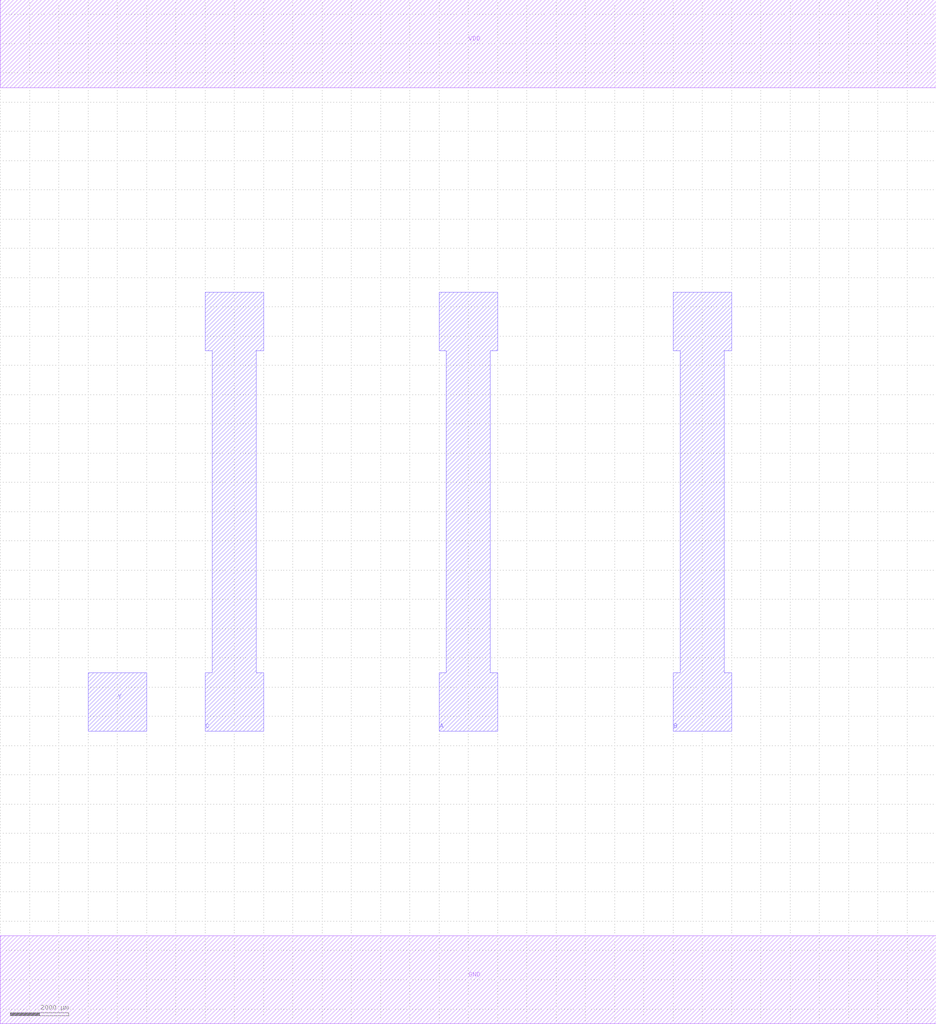
<source format=lef>
MACRO AOI21X1
 CLASS CORE ;
 ORIGIN 0 0 ;
 FOREIGN AOI21X1 0 0 ;
 SITE CORE ;
 SYMMETRY X Y R90 ;
  PIN VDD
   DIRECTION INOUT ;
   USE SIGNAL ;
   SHAPE ABUTMENT ;
    PORT
     CLASS CORE ;
       LAYER metal1 ;
        RECT 0.00000000 30500.00000000 32000.00000000 33500.00000000 ;
    END
  END VDD

  PIN GND
   DIRECTION INOUT ;
   USE SIGNAL ;
   SHAPE ABUTMENT ;
    PORT
     CLASS CORE ;
       LAYER metal1 ;
        RECT 0.00000000 -1500.00000000 32000.00000000 1500.00000000 ;
    END
  END GND

  PIN Y
   DIRECTION INOUT ;
   USE SIGNAL ;
   SHAPE ABUTMENT ;
    PORT
     CLASS CORE ;
       LAYER metal2 ;
        RECT 3000.00000000 8500.00000000 5000.00000000 10500.00000000 ;
    END
  END Y

  PIN A
   DIRECTION INOUT ;
   USE SIGNAL ;
   SHAPE ABUTMENT ;
    PORT
     CLASS CORE ;
       LAYER metal2 ;
        POLYGON 15000.00000000 8500.00000000 15000.00000000 10500.00000000 15250.00000000 10500.00000000 15250.00000000 21500.00000000 15000.00000000 21500.00000000 15000.00000000 23500.00000000 17000.00000000 23500.00000000 17000.00000000 21500.00000000 16750.00000000 21500.00000000 16750.00000000 10500.00000000 17000.00000000 10500.00000000 17000.00000000 8500.00000000 ;
    END
  END A

  PIN C
   DIRECTION INOUT ;
   USE SIGNAL ;
   SHAPE ABUTMENT ;
    PORT
     CLASS CORE ;
       LAYER metal2 ;
        POLYGON 7000.00000000 8500.00000000 7000.00000000 10500.00000000 7250.00000000 10500.00000000 7250.00000000 21500.00000000 7000.00000000 21500.00000000 7000.00000000 23500.00000000 9000.00000000 23500.00000000 9000.00000000 21500.00000000 8750.00000000 21500.00000000 8750.00000000 10500.00000000 9000.00000000 10500.00000000 9000.00000000 8500.00000000 ;
    END
  END C

  PIN B
   DIRECTION INOUT ;
   USE SIGNAL ;
   SHAPE ABUTMENT ;
    PORT
     CLASS CORE ;
       LAYER metal2 ;
        POLYGON 23000.00000000 8500.00000000 23000.00000000 10500.00000000 23250.00000000 10500.00000000 23250.00000000 21500.00000000 23000.00000000 21500.00000000 23000.00000000 23500.00000000 25000.00000000 23500.00000000 25000.00000000 21500.00000000 24750.00000000 21500.00000000 24750.00000000 10500.00000000 25000.00000000 10500.00000000 25000.00000000 8500.00000000 ;
    END
  END B


END AOI21X1

</source>
